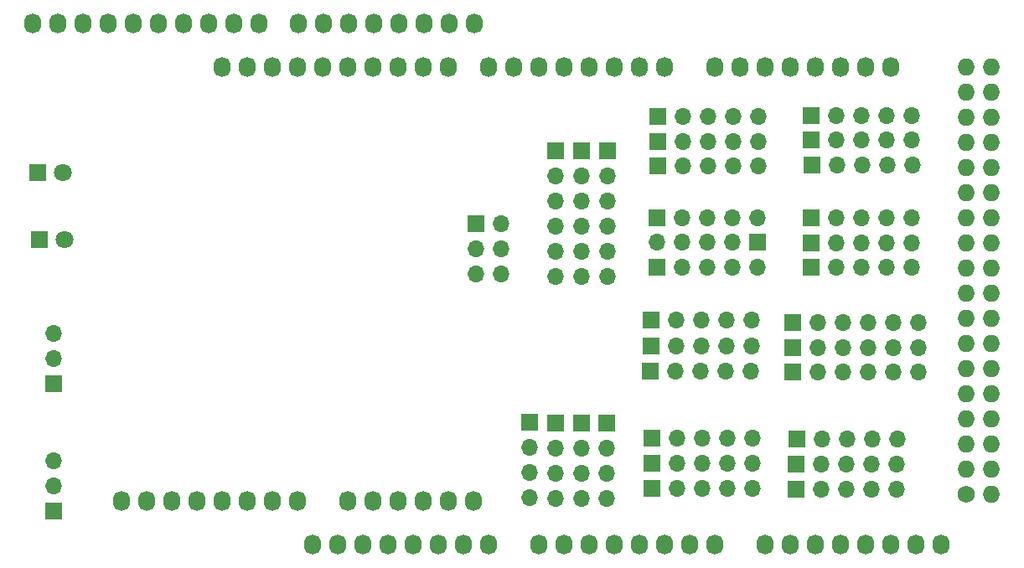
<source format=gbr>
G04 #@! TF.FileFunction,Soldermask,Bot*
%FSLAX46Y46*%
G04 Gerber Fmt 4.6, Leading zero omitted, Abs format (unit mm)*
G04 Created by KiCad (PCBNEW 4.0.6) date 07/22/17 16:53:04*
%MOMM*%
%LPD*%
G01*
G04 APERTURE LIST*
%ADD10C,0.100000*%
%ADD11C,1.727200*%
%ADD12O,1.727200X1.727200*%
%ADD13O,1.727200X2.032000*%
%ADD14R,1.700000X1.700000*%
%ADD15O,1.700000X1.700000*%
%ADD16R,1.800000X1.800000*%
%ADD17C,1.800000*%
G04 APERTURE END LIST*
D10*
D11*
X197358000Y-114046000D03*
D12*
X199898000Y-114046000D03*
X197358000Y-111506000D03*
X199898000Y-111506000D03*
X197358000Y-108966000D03*
X199898000Y-108966000D03*
X197358000Y-106426000D03*
X199898000Y-106426000D03*
X197358000Y-103886000D03*
X199898000Y-103886000D03*
X197358000Y-101346000D03*
X199898000Y-101346000D03*
X197358000Y-98806000D03*
X199898000Y-98806000D03*
X197358000Y-96266000D03*
X199898000Y-96266000D03*
X197358000Y-93726000D03*
X199898000Y-93726000D03*
X197358000Y-91186000D03*
X199898000Y-91186000D03*
X197358000Y-88646000D03*
X199898000Y-88646000D03*
X197358000Y-86106000D03*
X199898000Y-86106000D03*
X197358000Y-83566000D03*
X199898000Y-83566000D03*
X197358000Y-81026000D03*
X199898000Y-81026000D03*
X197358000Y-78486000D03*
X199898000Y-78486000D03*
X197358000Y-75946000D03*
X199898000Y-75946000D03*
X197358000Y-73406000D03*
X199898000Y-73406000D03*
X197358000Y-70866000D03*
X199898000Y-70866000D03*
D13*
X131318000Y-119126000D03*
X133858000Y-119126000D03*
X136398000Y-119126000D03*
X138938000Y-119126000D03*
X141478000Y-119126000D03*
X144018000Y-119126000D03*
X146558000Y-119126000D03*
X149098000Y-119126000D03*
X154178000Y-119126000D03*
X156718000Y-119126000D03*
X159258000Y-119126000D03*
X161798000Y-119126000D03*
X164338000Y-119126000D03*
X166878000Y-119126000D03*
X169418000Y-119126000D03*
X171958000Y-119126000D03*
X177038000Y-119126000D03*
X179578000Y-119126000D03*
X182118000Y-119126000D03*
X184658000Y-119126000D03*
X187198000Y-119126000D03*
X189738000Y-119126000D03*
X192278000Y-119126000D03*
X194818000Y-119126000D03*
X122174000Y-70866000D03*
X124714000Y-70866000D03*
X127254000Y-70866000D03*
X129794000Y-70866000D03*
X132334000Y-70866000D03*
X134874000Y-70866000D03*
X137414000Y-70866000D03*
X139954000Y-70866000D03*
X142494000Y-70866000D03*
X145034000Y-70866000D03*
X149098000Y-70866000D03*
X151638000Y-70866000D03*
X154178000Y-70866000D03*
X156718000Y-70866000D03*
X159258000Y-70866000D03*
X161798000Y-70866000D03*
X164338000Y-70866000D03*
X166878000Y-70866000D03*
X171958000Y-70866000D03*
X174498000Y-70866000D03*
X177038000Y-70866000D03*
X179578000Y-70866000D03*
X182118000Y-70866000D03*
X184658000Y-70866000D03*
X187198000Y-70866000D03*
X189738000Y-70866000D03*
X112020000Y-114700000D03*
X114560000Y-114700000D03*
X117100000Y-114700000D03*
X119640000Y-114700000D03*
X122180000Y-114700000D03*
X124720000Y-114700000D03*
X127260000Y-114700000D03*
X129800000Y-114700000D03*
X134900000Y-114700000D03*
X137440000Y-114700000D03*
X139980000Y-114700000D03*
X142520000Y-114700000D03*
X145060000Y-114700000D03*
X147600000Y-114700000D03*
X103080000Y-66500000D03*
X105620000Y-66500000D03*
X108160000Y-66500000D03*
X110700000Y-66500000D03*
X113240000Y-66500000D03*
X115780000Y-66500000D03*
X118320000Y-66500000D03*
X120860000Y-66500000D03*
X123400000Y-66500000D03*
X125940000Y-66500000D03*
X129860000Y-66500000D03*
X132400000Y-66500000D03*
X134940000Y-66500000D03*
X137480000Y-66500000D03*
X140020000Y-66500000D03*
X142560000Y-66500000D03*
X145100000Y-66500000D03*
X147640000Y-66500000D03*
D14*
X165610000Y-113450000D03*
D15*
X168150000Y-113450000D03*
X170690000Y-113450000D03*
X173230000Y-113450000D03*
X175770000Y-113450000D03*
D14*
X180210000Y-113550000D03*
D15*
X182750000Y-113550000D03*
X185290000Y-113550000D03*
X187830000Y-113550000D03*
X190370000Y-113550000D03*
D14*
X165480000Y-101650000D03*
D15*
X168020000Y-101650000D03*
X170560000Y-101650000D03*
X173100000Y-101650000D03*
X175640000Y-101650000D03*
D14*
X179860000Y-101700000D03*
D15*
X182400000Y-101700000D03*
X184940000Y-101700000D03*
X187480000Y-101700000D03*
X190020000Y-101700000D03*
X192560000Y-101700000D03*
D14*
X166150000Y-91100000D03*
D15*
X168690000Y-91100000D03*
X171230000Y-91100000D03*
X173770000Y-91100000D03*
X176310000Y-91100000D03*
D14*
X181720000Y-91150000D03*
D15*
X184260000Y-91150000D03*
X186800000Y-91150000D03*
X189340000Y-91150000D03*
X191880000Y-91150000D03*
D14*
X166200000Y-80900000D03*
D15*
X168740000Y-80900000D03*
X171280000Y-80900000D03*
X173820000Y-80900000D03*
X176360000Y-80900000D03*
D14*
X181810000Y-80750000D03*
D15*
X184350000Y-80750000D03*
X186890000Y-80750000D03*
X189430000Y-80750000D03*
X191970000Y-80750000D03*
D14*
X165590000Y-110950000D03*
D15*
X168130000Y-110950000D03*
X170670000Y-110950000D03*
X173210000Y-110950000D03*
X175750000Y-110950000D03*
D14*
X180190000Y-111050000D03*
D15*
X182730000Y-111050000D03*
X185270000Y-111050000D03*
X187810000Y-111050000D03*
X190350000Y-111050000D03*
D14*
X165520000Y-99050000D03*
D15*
X168060000Y-99050000D03*
X170600000Y-99050000D03*
X173140000Y-99050000D03*
X175680000Y-99050000D03*
D14*
X179880000Y-99200000D03*
D15*
X182420000Y-99200000D03*
X184960000Y-99200000D03*
X187500000Y-99200000D03*
X190040000Y-99200000D03*
X192580000Y-99200000D03*
D14*
X176310000Y-88600000D03*
D15*
X173770000Y-88600000D03*
X171230000Y-88600000D03*
X168690000Y-88600000D03*
X166150000Y-88600000D03*
D14*
X181700000Y-88650000D03*
D15*
X184240000Y-88650000D03*
X186780000Y-88650000D03*
X189320000Y-88650000D03*
X191860000Y-88650000D03*
D14*
X181750000Y-78250000D03*
D15*
X184290000Y-78250000D03*
X186830000Y-78250000D03*
X189370000Y-78250000D03*
X191910000Y-78250000D03*
D14*
X166200000Y-78400000D03*
D15*
X168740000Y-78400000D03*
X171280000Y-78400000D03*
X173820000Y-78400000D03*
X176360000Y-78400000D03*
D14*
X165610000Y-108350000D03*
D15*
X168150000Y-108350000D03*
X170690000Y-108350000D03*
X173230000Y-108350000D03*
X175770000Y-108350000D03*
D14*
X180250000Y-108450000D03*
D15*
X182790000Y-108450000D03*
X185330000Y-108450000D03*
X187870000Y-108450000D03*
X190410000Y-108450000D03*
D14*
X165520000Y-96450000D03*
D15*
X168060000Y-96450000D03*
X170600000Y-96450000D03*
X173140000Y-96450000D03*
X175680000Y-96450000D03*
D14*
X179880000Y-96700000D03*
D15*
X182420000Y-96700000D03*
X184960000Y-96700000D03*
X187500000Y-96700000D03*
X190040000Y-96700000D03*
X192580000Y-96700000D03*
D14*
X166150000Y-86100000D03*
D15*
X168690000Y-86100000D03*
X171230000Y-86100000D03*
X173770000Y-86100000D03*
X176310000Y-86100000D03*
D14*
X181700000Y-86150000D03*
D15*
X184240000Y-86150000D03*
X186780000Y-86150000D03*
X189320000Y-86150000D03*
X191860000Y-86150000D03*
D14*
X181750000Y-75750000D03*
D15*
X184290000Y-75750000D03*
X186830000Y-75750000D03*
X189370000Y-75750000D03*
X191910000Y-75750000D03*
D14*
X166200000Y-75900000D03*
D15*
X168740000Y-75900000D03*
X171280000Y-75900000D03*
X173820000Y-75900000D03*
X176360000Y-75900000D03*
D14*
X105200000Y-115790000D03*
D15*
X105200000Y-113250000D03*
X105200000Y-110710000D03*
D14*
X105200000Y-102900000D03*
D15*
X105200000Y-100360000D03*
X105200000Y-97820000D03*
D14*
X147810000Y-86750000D03*
D15*
X150350000Y-86750000D03*
X147810000Y-89290000D03*
X150350000Y-89290000D03*
X147810000Y-91830000D03*
X150350000Y-91830000D03*
D14*
X153284000Y-106804000D03*
D15*
X153284000Y-109344000D03*
X153284000Y-111884000D03*
X153284000Y-114424000D03*
D14*
X155884000Y-106844000D03*
D15*
X155884000Y-109384000D03*
X155884000Y-111924000D03*
X155884000Y-114464000D03*
D14*
X158484000Y-106864000D03*
D15*
X158484000Y-109404000D03*
X158484000Y-111944000D03*
X158484000Y-114484000D03*
D14*
X161084000Y-106844000D03*
D15*
X161084000Y-109384000D03*
X161084000Y-111924000D03*
X161084000Y-114464000D03*
D14*
X161100000Y-79380000D03*
D15*
X161100000Y-81920000D03*
X161100000Y-84460000D03*
X161100000Y-87000000D03*
X161100000Y-89540000D03*
X161100000Y-92080000D03*
D14*
X158500000Y-79380000D03*
D15*
X158500000Y-81920000D03*
X158500000Y-84460000D03*
X158500000Y-87000000D03*
X158500000Y-89540000D03*
X158500000Y-92080000D03*
D14*
X155900000Y-79350000D03*
D15*
X155900000Y-81890000D03*
X155900000Y-84430000D03*
X155900000Y-86970000D03*
X155900000Y-89510000D03*
X155900000Y-92050000D03*
D16*
X103600000Y-81550000D03*
D17*
X106140000Y-81550000D03*
D16*
X103760000Y-88350000D03*
D17*
X106300000Y-88350000D03*
M02*

</source>
